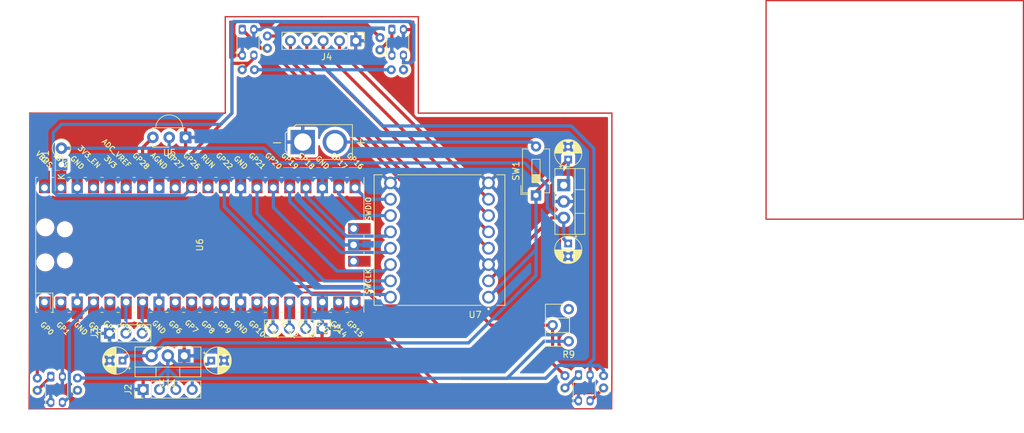
<source format=kicad_pcb>
(kicad_pcb (version 20211014) (generator pcbnew)
  (layers (0 "F.Cu" signal) (31 "B.Cu" signal) (34 "B.Paste" user) (35 "F.Paste" user) (36 "B.SilkS" user "B.Silkscreen") (37 "F.SilkS" user "F.Silkscreen") (38 "B.Mask" user) (39 "F.Mask" user) (44 "Edge.Cuts" user))
  (net 0 "")
  (net 1 "GND")
  (net 2 "Net-(D1-Pad1)")
  (net 3 "Net-(R1-Pad1)")
  (net 4 "Net-(R1-Pad2)")
  (net 5 "+5V")
  (net 6 "Net-(R3-Pad1)")
  (net 7 "GPIO")
  (net 16 "SERIAL MONITOR")
  (net 17 "+12V")
  (net 18 "H-BRIDGE")
  (net 19 "3.3V")
  (net 20 "Net-(R5-Pad1)")
  (net 21 "Net-(R7-Pad1)")
  (net 22 "X-SHUT")
  (net 23 "SDA")
  (net 24 "SCL")
  (net 25 "MOTOR 1 +")
  (net 26 "MOTOR 1 -")
  (net 27 "MOTOR 2 -")
  (net 28 "MOTOR 2 +")
  (net 29 "QRE1113 A")
  (net 30 "QRE1113 B")
  (net 31 "QRE1113 C")
  (net 32 "QRE1113 D")
  (net 33 "IR MODULE")
  (net 34 "PWMB")
  (net 35 "BI2")
  (net 36 "BI1")
  (net 37 "STBY")
  (net 38 "AI1")
  (net 39 "AI2")
  (net 40 "PWMA")
  (footprint "Resistor_THT:R_Axial_DIN0204_L3.6mm_D1.6mm_P1.90mm_Vertical" (layer "F.Cu") (at 111.405 43.75 180)
    (fp_text reference "R6" hide)
    (fp_text value "10k")
    (pad "1" thru_hole circle (at 0 0 180) (size 1.4 1.4) (drill 0.7) (layers *.Cu *.Mask) (net 31 "QRE1113 C"))
    (pad "2" thru_hole oval (at 1.9 0 180) (size 1.4 1.4) (drill 0.7) (layers *.Cu *.Mask) (net 19 "3.3V"))
  )
  (footprint "Connector_AMASS:AMASS_XT30U-M_1x02_P5.0mm_Vertical" (layer "F.Cu") (at 95.75 55)
    (fp_text reference "IC1" hide)
    (fp_text value "XT30U-M")
    (fp_text user "+" (at 9 0) (layer "F.SilkS") (effects (font (size 1.5 1.5))))
    (fp_text user "-" (at -4 0) (layer "F.SilkS") (effects (font (size 1.5 1.5))))
    (pad "1" thru_hole rect (at 0 0) (size 3.8 3.8) (drill 2.7) (layers *.Cu *.Mask) (net 1 "GND"))
    (pad "2" thru_hole circle (at 5 0) (size 3.8 3.8) (drill 2.7) (layers *.Cu *.Mask) (net 17 "+12V"))
  )
  (footprint "OptoDevice:OnSemi_CASE100AQ" (layer "F.Cu") (at 86.35 37.5)
    (fp_text reference "U4" hide)
    (fp_text value "QRE1113" hide)
    (pad "1" thru_hole roundrect (at 0 0) (size 1.1 1.5) (drill 0.7) (layers *.Cu *.Mask) (net 21 "Net-(R7-Pad1)"))
    (pad "2" thru_hole oval (at 0 4) (size 1.1 1.5) (drill 0.7) (layers *.Cu *.Mask) (net 1 "GND"))
    (pad "3" thru_hole oval (at 1.8 4) (size 1.1 1.5) (drill 0.7) (layers *.Cu *.Mask) (net 32 "QRE1113 D"))
    (pad "4" thru_hole oval (at 1.8 0) (size 1.1 1.5) (drill 0.7) (layers *.Cu *.Mask) (net 1 "GND"))
  )
  (footprint "Capacitor_THT:CP_Radial_D4.0mm_P2.00mm" (layer "F.Cu") (at 81.5274 89)
    (fp_text reference "C3" hide)
    (fp_text value "10uF")
    (pad "1" thru_hole rect (at 0 0) (size 1.2 1.2) (drill 0.6) (layers *.Cu *.Mask) (net 19 "3.3V"))
    (pad "2" thru_hole circle (at 2 0) (size 1.2 1.2) (drill 0.6) (layers *.Cu *.Mask) (net 1 "GND"))
  )
  (footprint "Capacitor_THT:CP_Radial_D4.0mm_P2.00mm" (layer "F.Cu") (at 137 70.777401 -90)
    (fp_text reference "C2" hide)
    (fp_text value "22uF")
    (pad "1" thru_hole rect (at 0 0 270) (size 1.2 1.2) (drill 0.6) (layers *.Cu *.Mask) (net 5 "+5V"))
    (pad "2" thru_hole circle (at 2 0 270) (size 1.2 1.2) (drill 0.6) (layers *.Cu *.Mask) (net 1 "GND"))
  )
  (footprint "Button_Switch_THT:SW_DIP_SPSTx01_Slide_6.7x4.1mm_W7.62mm_P2.54mm_LowProfile" (layer "F.Cu") (at 132 63.3 90)
    (fp_text reference "SW1" (at 3.81 -3.11 90) (layer "F.SilkS"))
    (fp_text value "SW_SPST")
    (pad "1" thru_hole rect (at 0 0 90) (size 1.6 1.6) (drill 0.8) (layers *.Cu *.Mask) (net 17 "+12V"))
    (pad "2" thru_hole oval (at 7.62 0 90) (size 1.6 1.6) (drill 0.8) (layers *.Cu *.Mask) (net 17 "+12V"))
  )
  (footprint "OptoDevice:OnSemi_CASE100AQ" (layer "F.Cu") (at 138.6 91.25)
    (fp_text reference "U2" hide)
    (fp_text value "QRE1113" hide)
    (pad "1" thru_hole roundrect (at 0 0) (size 1.1 1.5) (drill 0.7) (layers *.Cu *.Mask) (net 6 "Net-(R3-Pad1)"))
    (pad "2" thru_hole oval (at 0 4) (size 1.1 1.5) (drill 0.7) (layers *.Cu *.Mask) (net 1 "GND"))
    (pad "3" thru_hole oval (at 1.8 4) (size 1.1 1.5) (drill 0.7) (layers *.Cu *.Mask) (net 30 "QRE1113 B"))
    (pad "4" thru_hole oval (at 1.8 0) (size 1.1 1.5) (drill 0.7) (layers *.Cu *.Mask) (net 1 "GND"))
  )
  (footprint "Capacitor_THT:CP_Radial_D4.0mm_P2.00mm" (layer "F.Cu") (at 137 57.7226 90)
    (fp_text reference "C1" hide)
    (fp_text value "0,1uF")
    (pad "1" thru_hole rect (at 0 0 90) (size 1.2 1.2) (drill 0.6) (layers *.Cu *.Mask) (net 17 "+12V"))
    (pad "2" thru_hole circle (at 2 0 90) (size 1.2 1.2) (drill 0.6) (layers *.Cu *.Mask) (net 1 "GND"))
  )
  (footprint "Package_TO_SOT_THT:TO-220-3_Vertical" (layer "F.Cu") (at 136.305 61.71 -90)
    (fp_text reference "U12" hide)
    (fp_text value "LM7805_TO220")
    (pad "1" thru_hole rect (at 0 0 270) (size 1.905 2) (drill 1.1) (layers *.Cu *.Mask) (net 17 "+12V"))
    (pad "2" thru_hole oval (at 2.54 0 270) (size 1.905 2) (drill 1.1) (layers *.Cu *.Mask) (net 1 "GND"))
    (pad "3" thru_hole oval (at 5.08 0 270) (size 1.905 2) (drill 1.1) (layers *.Cu *.Mask) (net 5 "+5V"))
  )
  (footprint "Resistor_THT:R_Axial_DIN0204_L3.6mm_D1.6mm_P1.90mm_Vertical" (layer "F.Cu") (at 86.345 43.75)
    (fp_text reference "R8" hide)
    (fp_text value "10k")
    (pad "1" thru_hole circle (at 0 0) (size 1.4 1.4) (drill 0.7) (layers *.Cu *.Mask) (net 32 "QRE1113 D"))
    (pad "2" thru_hole oval (at 1.9 0) (size 1.4 1.4) (drill 0.7) (layers *.Cu *.Mask) (net 19 "3.3V"))
  )
  (footprint "Connector_PinHeader_2.54mm:PinHeader_1x04_P2.54mm_Vertical" (layer "F.Cu") (at 98.75 84 -90)
    (fp_text reference "J1" (at 0 -2.33 90) (layer "F.SilkS"))
    (fp_text value "Conn_01x04_Male")
    (pad "1" thru_hole rect (at 0 0 270) (size 1.7 1.7) (drill 1) (layers *.Cu *.Mask) (net 1 "GND"))
    (pad "2" thru_hole oval (at 0 2.54 270) (size 1.7 1.7) (drill 1) (layers *.Cu *.Mask) (net 22 "X-SHUT"))
    (pad "3" thru_hole oval (at 0 5.08 270) (size 1.7 1.7) (drill 1) (layers *.Cu *.Mask) (net 22 "X-SHUT"))
    (pad "4" thru_hole oval (at 0 7.62 270) (size 1.7 1.7) (drill 1) (layers *.Cu *.Mask) (net 22 "X-SHUT"))
  )
  (footprint "Resistor_THT:R_Axial_DIN0204_L3.6mm_D1.6mm_P1.90mm_Vertical" (layer "F.Cu") (at 90.25 40.405 90)
    (fp_text reference "R7" hide)
    (fp_text value "100")
    (pad "1" thru_hole circle (at 0 0 90) (size 1.4 1.4) (drill 0.7) (layers *.Cu *.Mask) (net 21 "Net-(R7-Pad1)"))
    (pad "2" thru_hole oval (at 1.9 0 90) (size 1.4 1.4) (drill 0.7) (layers *.Cu *.Mask) (net 4 "Net-(R1-Pad2)"))
  )
  (footprint "Resistor_THT:R_Axial_DIN0204_L3.6mm_D1.6mm_P1.90mm_Vertical" (layer "F.Cu") (at 136.5 93.25 90)
    (fp_text reference "R3" hide)
    (fp_text value "100")
    (pad "1" thru_hole circle (at 0 0 90) (size 1.4 1.4) (drill 0.7) (layers *.Cu *.Mask) (net 6 "Net-(R3-Pad1)"))
    (pad "2" thru_hole oval (at 1.9 0 90) (size 1.4 1.4) (drill 0.7) (layers *.Cu *.Mask) (net 4 "Net-(R1-Pad2)"))
  )
  (footprint "Diode_THT:D_A-405_P2.54mm_Vertical_KathodeUp" (layer "F.Cu") (at 58.25 58.5 90)
    (fp_text reference "D1" (at 1.27 -2.47 90) (layer "F.SilkS"))
    (fp_text value "D_Schottky" hide)
    (fp_text user "K" (at -1.9 0 90) (layer "F.SilkS"))
    (pad "1" thru_hole rect (at 0 0 90) (size 1.8 1.8) (drill 0.9) (layers *.Cu *.Mask) (net 2 "Net-(D1-Pad1)"))
    (pad "2" thru_hole oval (at 2.54 0 90) (size 1.8 1.8) (drill 0.9) (layers *.Cu *.Mask) (net 5 "+5V"))
  )
  (footprint "Resistor_THT:R_Axial_DIN0204_L3.6mm_D1.6mm_P1.90mm_Vertical" (layer "F.Cu") (at 54.5 93.63 90)
    (fp_text reference "R1" hide)
    (fp_text value "100")
    (pad "1" thru_hole circle (at 0 0 90) (size 1.4 1.4) (drill 0.7) (layers *.Cu *.Mask) (net 3 "Net-(R1-Pad1)"))
    (pad "2" thru_hole oval (at 1.9 0 90) (size 1.4 1.4) (drill 0.7) (layers *.Cu *.Mask) (net 4 "Net-(R1-Pad2)"))
  )
  (footprint "Capacitor_THT:CP_Radial_D4.0mm_P2.00mm" (layer "F.Cu") (at 67.740792 89 180)
    (fp_text reference "C4" hide)
    (fp_text value "10uF")
    (pad "1" thru_hole rect (at 0 0 180) (size 1.2 1.2) (drill 0.6) (layers *.Cu *.Mask) (net 17 "+12V"))
    (pad "2" thru_hole circle (at 2 0 180) (size 1.2 1.2) (drill 0.6) (layers *.Cu *.Mask) (net 1 "GND"))
  )
  (footprint "Connector_PinHeader_2.54mm:PinHeader_1x05_P2.54mm_Vertical" (layer "F.Cu") (at 104 39.25 -90)
    (fp_text reference "J4" (at 2.5 4.54 180) (layer "F.SilkS"))
    (fp_text value "Conn_01x05_Male")
    (pad "1" thru_hole rect (at 0 0 270) (size 1.7 1.7) (drill 1) (layers *.Cu *.Mask) (net 1 "GND"))
    (pad "2" thru_hole oval (at 0 2.54 270) (size 1.7 1.7) (drill 1) (layers *.Cu *.Mask) (net 27 "MOTOR 2 -"))
    (pad "3" thru_hole oval (at 0 5.08 270) (size 1.7 1.7) (drill 1) (layers *.Cu *.Mask) (net 28 "MOTOR 2 +"))
    (pad "4" thru_hole oval (at 0 7.62 270) (size 1.7 1.7) (drill 1) (layers *.Cu *.Mask) (net 26 "MOTOR 1 -"))
    (pad "5" thru_hole oval (at 0 10.16 270) (size 1.7 1.7) (drill 1) (layers *.Cu *.Mask) (net 25 "MOTOR 1 +"))
  )
  (footprint "Connector_PinHeader_2.54mm:PinHeader_1x04_P2.54mm_Vertical" (layer "F.Cu") (at 70.95 93.5 90)
    (fp_text reference "J2" (at 0 -2.33 90) (layer "F.SilkS"))
    (fp_text value "Conn_01x04_Male")
    (pad "1" thru_hole rect (at 0 0 90) (size 1.7 1.7) (drill 1) (layers *.Cu *.Mask) (net 1 "GND"))
    (pad "2" thru_hole oval (at 0 2.54 90) (size 1.7 1.7) (drill 1) (layers *.Cu *.Mask) (net 19 "3.3V"))
    (pad "3" thru_hole oval (at 0 5.08 90) (size 1.7 1.7) (drill 1) (layers *.Cu *.Mask) (net 19 "3.3V"))
    (pad "4" thru_hole oval (at 0 7.62 90) (size 1.7 1.7) (drill 1) (layers *.Cu *.Mask) (net 19 "3.3V"))
  )
  (footprint "Resistor_THT:R_Axial_DIN0204_L3.6mm_D1.6mm_P1.90mm_Vertical" (layer "F.Cu") (at 60.75 93.615 90)
    (fp_text reference "R4" hide)
    (fp_text value "10k")
    (pad "1" thru_hole circle (at 0 0 90) (size 1.4 1.4) (drill 0.7) (layers *.Cu *.Mask) (net 30 "QRE1113 B"))
    (pad "2" thru_hole oval (at 1.9 0 90) (size 1.4 1.4) (drill 0.7) (layers *.Cu *.Mask) (net 19 "3.3V"))
  )
  (footprint "MCU_Raspberry:RPi_Pico_SMD_TH" (layer "F.Cu") (at 79.75 71 90)
    (fp_text reference "U6" (at 0 0 90) (layer "F.SilkS"))
    (fp_text value "Pico")
    (fp_text user "GP22" (at 13.054 3.81 135) (layer "F.SilkS") (effects (font (size 0.8 0.8))))
    (fp_text user "GP10" (at -13.054 8.89 135) (layer "F.SilkS") (effects (font (size 0.8 0.8))))
    (fp_text user "3V3_EN" (at 13.7 -17.2 135) (layer "F.SilkS") (effects (font (size 0.8 0.8))))
    (fp_text user "GP12" (at -13.2 13.97 135) (layer "F.SilkS") (effects (font (size 0.8 0.8))))
    (fp_text user "GP26" (at 13.054 -1.27 135) (layer "F.SilkS") (effects (font (size 0.8 0.8))))
    (fp_text user "GND" (at 12.8 6.35 135) (layer "F.SilkS") (effects (font (size 0.8 0.8))))
    (fp_text user "AGND" (at 13.054 -6.35 135) (layer "F.SilkS") (effects (font (size 0.8 0.8))))
    (fp_text user "GND" (at -12.8 -6.35 135) (layer "F.SilkS") (effects (font (size 0.8 0.8))))
    (fp_text user "GND" (at -13 -18.5 135) (layer "F.SilkS") (effects (font (size 0.8 0.8))))
    (fp_text user "GP20" (at 13.054 11.43 135) (layer "F.SilkS") (effects (font (size 0.8 0.8))))
    (fp_text user "RUN" (at 13 1.27 135) (layer "F.SilkS") (effects (font (size 0.8 0.8))))
    (fp_text user "ADC_VREF" (at 14.25 -12.95 135) (layer "F.SilkS") (effects (font (size 0.8 0.8))))
    (fp_text user "VSYS" (at 13.2 -21.59 135) (layer "F.SilkS") (effects (font (size 0.8 0.8))))
    (fp_text user "GP4" (at -12.8 -11.43 135) (layer "F.SilkS") (effects (font (size 0.8 0.8))))
    (fp_text user "GP19" (at 13.054 13.97 135) (layer "F.SilkS") (effects (font (size 0.8 0.8))))
    (fp_text user "SWDIO" (at 5.6 26.2 90) (layer "F.SilkS") (effects (font (size 0.8 0.8))))
    (fp_text user "GND" (at -12.8 6.35 135) (layer "F.SilkS") (effects (font (size 0.8 0.8))))
    (fp_text user "GP0" (at -13 -23.75 135) (layer "F.SilkS") (effects (font (size 0.8 0.8))))
    (fp_text user "GP27" (at 13.054 -3.8 135) (layer "F.SilkS") (effects (font (size 0.8 0.8))))
    (fp_text user "GP8" (at -12.8 1.27 135) (layer "F.SilkS") (effects (font (size 0.8 0.8))))
    (fp_text user "GP5" (at -12.8 -8.89 135) (layer "F.SilkS") (effects (font (size 0.8 0.8))))
    (fp_text user "VBUS" (at 13.3 -24.2 135) (layer "F.SilkS") (effects (font (size 0.8 0.8))))
    (fp_text user "SWCLK" (at -5.7 26.2 90) (layer "F.SilkS") (effects (font (size 0.8 0.8))))
    (fp_text user "GP7" (at -12.7 -1.3 135) (layer "F.SilkS") (effects (font (size 0.8 0.8))))
    (fp_text user "GP1" (at -13 -21.25 135) (layer "F.SilkS") (effects (font (size 0.8 0.8))))
    (fp_text user "GP9" (at -12.8 3.81 135) (layer "F.SilkS") (effects (font (size 0.8 0.8))))
    (fp_text user "GP17" (at 13.054 21.59 135) (layer "F.SilkS") (effects (font (size 0.8 0.8))))
    (fp_text user "GP28" (at 13.054 -9.144 135) (layer "F.SilkS") (effects (font (size 0.8 0.8))))
    (fp_text user "GND" (at 12.8 19.05 135) (layer "F.SilkS") (effects (font (size 0.8 0.8))))
    (fp_text user "GND" (at -12.8 19.05 135) (layer "F.SilkS") (effects (font (size 0.8 0.8))))
    (fp_text user "GP6" (at -12.8 -3.81 135) (layer "F.SilkS") (effects (font (size 0.8 0.8))))
    (fp_text user "GP13" (at -13.054 16.51 135) (layer "F.SilkS") (effects (font (size 0.8 0.8))))
    (fp_text user "GP14" (at -13.1 21.59 135) (layer "F.SilkS") (effects (font (size 0.8 0.8))))
    (fp_text user "GP2" (at -13 -16.25 135) (layer "F.SilkS") (effects (font (size 0.8 0.8))))
    (fp_text user "GP3" (at -12.8 -13.97 135) (layer "F.SilkS") (effects (font (size 0.8 0.8))))
    (fp_text user "GND" (at 12.8 -19.05 135) (layer "F.SilkS") (effects (font (size 0.8 0.8))))
    (fp_text user "3V3" (at 12.9 -13.9 135) (layer "F.SilkS") (effects (font (size 0.8 0.8))))
    (fp_text user "GP15" (at -13.054 24.13 135) (layer "F.SilkS") (effects (font (size 0.8 0.8))))
    (fp_text user "GP11" (at -13.2 11.43 135) (layer "F.SilkS") (effects (font (size 0.8 0.8))))
    (fp_text user "GP18" (at 13.054 16.51 135) (layer "F.SilkS") (effects (font (size 0.8 0.8))))
    (fp_text user "GP21" (at 13.054 8.9 135) (layer "F.SilkS") (effects (font (size 0.8 0.8))))
    (fp_text user "GP16" (at 13.054 24.13 135) (layer "F.SilkS") (effects (font (size 0.8 0.8))))
    (pad "" np_thru_hole oval (at -2.725 -24 90) (size 1.8 1.8) (drill 1.8) (layers *.Cu *.Mask))
    (pad "" np_thru_hole oval (at -2.425 -20.97 90) (size 1.5 1.5) (drill 1.5) (layers *.Cu *.Mask))
    (pad "" np_thru_hole oval (at 2.425 -20.97 90) (size 1.5 1.5) (drill 1.5) (layers *.Cu *.Mask))
    (pad "" np_thru_hole oval (at 2.725 -24 90) (size 1.8 1.8) (drill 1.8) (layers *.Cu *.Mask))
    (pad "1" smd rect (at -8.89 -24.13 90) (size 3.5 1.7) (drill (offset -0.9 0)) (layers "F.Cu" "F.Mask") (net 16 "SERIAL MONITOR"))
    (pad "1" thru_hole oval (at -8.89 -24.13 90) (size 1.7 1.7) (drill 1.02) (layers *.Cu *.Mask) (net 16 "SERIAL MONITOR"))
    (pad "2" thru_hole oval (at -8.89 -21.59 90) (size 1.7 1.7) (drill 1.02) (layers *.Cu *.Mask) (net 16 "SERIAL MONITOR"))
    (pad "2" smd rect (at -8.89 -21.59 90) (size 3.5 1.7) (drill (offset -0.9 0)) (layers "F.Cu" "F.Mask") (net 16 "SERIAL MONITOR"))
    (pad "3" smd rect (at -8.89 -19.05 90) (size 3.5 1.7) (drill (offset -0.9 0)) (layers "F.Cu" "F.Mask") (net 1 "GND"))
    (pad "3" thru_hole rect (at -8.89 -19.05 90) (size 1.7 1.7) (drill 1.02) (layers *.Cu *.Mask) (net 1 "GND"))
    (pad "4" smd rect (at -8.89 -16.51 90) (size 3.5 1.7) (drill (offset -0.9 0)) (layers "F.Cu" "F.Mask") (net 29 "QRE1113 A"))
    (pad "4" thru_hole oval (at -8.89 -16.51 90) (size 1.7 1.7) (drill 1.02) (layers *.Cu *.Mask) (net 29 "QRE1113 A"))
    (pad "5" smd rect (at -8.89 -13.97 90) (size 3.5 1.7) (drill (offset -0.9 0)) (layers "F.Cu" "F.Mask") (net 7 "GPIO"))
    (pad "5" thru_hole oval (at -8.89 -13.97 90) (size 1.7 1.7) (drill 1.02) (layers *.Cu *.Mask) (net 7 "GPIO"))
    (pad "6" thru_hole oval (at -8.89 -11.43 90) (size 1.7 1.7) (drill 1.02) (layers *.Cu *.Mask) (net 23 "SDA"))
    (pad "6" smd rect (at -8.89 -11.43 90) (size 3.5 1.7) (drill (offset -0.9 0)) (layers "F.Cu" "F.Mask") (net 23 "SDA"))
    (pad "7" smd rect (at -8.89 -8.89 90) (size 3.5 1.7) (drill (offset -0.9 0)) (layers "F.Cu" "F.Mask") (net 24 "SCL"))
    (pad "7" thru_hole oval (at -8.89 -8.89 90) (size 1.7 1.7) (drill 1.02) (layers *.Cu *.Mask) (net 24 "SCL"))
    (pad "8" smd rect (at -8.89 -6.35 90) (size 3.5 1.7) (drill (offset -0.9 0)) (layers "F.Cu" "F.Mask") (net 1 "GND"))
    (pad "8" thru_hole rect (at -8.89 -6.35 90) (size 1.7 1.7) (drill 1.02) (layers *.Cu *.Mask) (net 1 "GND"))
    (pad "9" thru_hole oval (at -8.89 -3.81 90) (size 1.7 1.7) (drill 1.02) (layers *.Cu *.Mask) (net 7 "GPIO"))
    (pad "9" smd rect (at -8.89 -3.81 90) (size 3.5 1.7) (drill (offset -0.9 0)) (layers "F.Cu" "F.Mask") (net 7 "GPIO"))
    (pad "10" thru_hole oval (at -8.89 -1.27 90) (size 1.7 1.7) (drill 1.02) (layers *.Cu *.Mask) (net 7 "GPIO"))
    (pad "10" smd rect (at -8.89 -1.27 90) (size 3.5 1.7) (drill (offset -0.9 0)) (layers "F.Cu" "F.Mask") (net 7 "GPIO"))
    (pad "11" smd rect (at -8.89 1.27 90) (size 3.5 1.7) (drill (offset -0.9 0)) (layers "F.Cu" "F.Mask") (net 7 "GPIO"))
    (pad "11" thru_hole oval (at -8.89 1.27 90) (size 1.7 1.7) (drill 1.02) (layers *.Cu *.Mask) (net 7 "GPIO"))
    (pad "12" thru_hole oval (at -8.89 3.81 90) (size 1.7 1.7) (drill 1.02) (layers *.Cu *.Mask) (net 7 "GPIO"))
    (pad "12" smd rect (at -8.89 3.81 90) (size 3.5 1.7) (drill (offset -0.9 0)) (layers "F.Cu" "F.Mask") (net 7 "GPIO"))
    (pad "13" thru_hole rect (at -8.89 6.35 90) (size 1.7 1.7) (drill 1.02) (layers *.Cu *.Mask) (net 1 "GND"))
    (pad "13" smd rect (at -8.89 6.35 90) (size 3.5 1.7) (drill (offset -0.9 0)) (layers "F.Cu" "F.Mask") (net 1 "GND"))
    (pad "14" smd rect (at -8.89 8.89 90) (size 3.5 1.7) (drill (offset -0.9 0)) (layers "F.Cu" "F.Mask") (net 7 "GPIO"))
    (pad "14" thru_hole oval (at -8.89 8.89 90) (size 1.7 1.7) (drill 1.02) (layers *.Cu *.Mask) (net 7 "GPIO"))
    (pad "15" smd rect (at -8.89 11.43 90) (size 3.5 1.7) (drill (offset -0.9 0)) (layers "F.Cu" "F.Mask") (net 22 "X-SHUT"))
    (pad "15" thru_hole oval (at -8.89 11.43 90) (size 1.7 1.7) (drill 1.02) (layers *.Cu *.Mask) (net 22 "X-SHUT"))
    (pad "16" smd rect (at -8.89 13.97 90) (size 3.5 1.7) (drill (offset -0.9 0)) (layers "F.Cu" "F.Mask") (net 22 "X-SHUT"))
    (pad "16" thru_hole oval (at -8.89 13.97 90) (size 1.7 1.7) (drill 1.02) (layers *.Cu *.Mask) (net 22 "X-SHUT"))
    (pad "17" thru_hole oval (at -8.89 16.51 90) (size 1.7 1.7) (drill 1.02) (layers *.Cu *.Mask) (net 22 "X-SHUT"))
    (pad "17" smd rect (at -8.89 16.51 90) (size 3.5 1.7) (drill (offset -0.9 0)) (layers "F.Cu" "F.Mask") (net 22 "X-SHUT"))
    (pad "18" thru_hole rect (at -8.89 19.05 90) (size 1.7 1.7) (drill 1.02) (layers *.Cu *.Mask) (net 1 "GND"))
    (pad "18" smd rect (at -8.89 19.05 90) (size 3.5 1.7) (drill (offset -0.9 0)) (layers "F.Cu" "F.Mask") (net 1 "GND"))
    (pad "19" thru_hole oval (at -8.89 21.59 90) (size 1.7 1.7) (drill 1.02) (layers *.Cu *.Mask) (net 7 "GPIO"))
    (pad "19" smd rect (at -8.89 21.59 90) (size 3.5 1.7) (drill (offset -0.9 0)) (layers "F.Cu" "F.Mask") (net 7 "GPIO"))
    (pad "20" thru_hole oval (at -8.89 24.13 90) (size 1.7 1.7) (drill 1.02) (layers *.Cu *.Mask) (net 30 "QRE1113 B"))
    (pad "20" smd rect (at -8.89 24.13 90) (size 3.5 1.7) (drill (offset -0.9 0)) (layers "F.Cu" "F.Mask") (net 30 "QRE1113 B"))
    (pad "21" thru_hole oval (at 8.89 24.13 90) (size 1.7 1.7) (drill 1.02) (layers *.Cu *.Mask) (net 18 "H-BRIDGE"))
    (pad "21" smd rect (at 8.89 24.13 90) (size 3.5 1.7) (drill (offset 0.9 0)) (layers "F.Cu" "F.Mask") (net 18 "H-BRIDGE"))
    (pad "22" smd rect (at 8.89 21.59 90) (size 3.5 1.7) (drill (offset 0.9 0)) (layers "F.Cu" "F.Mask") (net 18 "H-BRIDGE"))
    (pad "22" thru_hole oval (at 8.89 21.59 90) (size 1.7 1.7) (drill 1.02) (layers *.Cu *.Mask) (net 18 "H-BRIDGE"))
    (pad "23" thru_hole rect (at 8.89 19.05 90) (size 1.7 1.7) (drill 1.02) (layers *.Cu *.Mask) (net 1 "GND"))
    (pad "23" smd rect (at 8.89 19.05 90) (size 3.5 1.7) (drill (offset 0.9 0)) (layers "F.Cu" "F.Mask") (net 1 "GND"))
    (pad "24" thru_hole oval (at 8.89 16.51 90) (size 1.7 1.7) (drill 1.02) (layers *.Cu *.Mask) (net 18 "H-BRIDGE"))
    (pad "24" smd rect (at 8.89 16.51 90) (size 3.5 1.7) (drill (offset 0.9 0)) (layers "F.Cu" "F.Mask") (net 18 "H-BRIDGE"))
    (pad "25" thru_hole oval (at 8.89 13.97 90) (size 1.7 1.7) (drill 1.02) (layers *.Cu *.Mask) (net 18 "H-BRIDGE"))
    (pad "25" smd rect (at 8.89 13.97 90) (size 3.5 1.7) (drill (offset 0.9 0)) (layers "F.Cu" "F.Mask") (net 18 "H-BRIDGE"))
    (pad "26" thru_hole oval (at 8.89 11.43 90) (size 1.7 1.7) (drill 1.02) (layers *.Cu *.Mask) (net 18 "H-BRIDGE"))
    (pad "26" smd rect (at 8.89 11.43 90) (size 3.5 1.7) (drill (offset 0.9 0)) (layers "F.Cu" "F.Mask") (net 18 "H-BRIDGE"))
    (pad "27" thru_hole oval (at 8.89 8.89 90) (size 1.7 1.7) (drill 1.02) (layers *.Cu *.Mask) (net 18 "H-BRIDGE"))
    (pad "27" smd rect (at 8.89 8.89 90) (size 3.5 1.7) (drill (offset 0.9 0)) (layers "F.Cu" "F.Mask") (net 18 "H-BRIDGE"))
    (pad "28" thru_hole rect (at 8.89 6.35 90) (size 1.7 1.7) (drill 1.02) (layers *.Cu *.Mask) (net 1 "GND"))
    (pad "28" smd rect (at 8.89 6.35 90) (size 3.5 1.7) (drill (offset 0.9 0)) (layers "F.Cu" "F.Mask") (net 1 "GND"))
    (pad "29" smd rect (at 8.89 3.81 90) (size 3.5 1.7) (drill (offset 0.9 0)) (layers "F.Cu" "F.Mask") (net 18 "H-BRIDGE"))
    (pad "29" thru_hole oval (at 8.89 3.81 90) (size 1.7 1.7) (drill 1.02) (layers *.Cu *.Mask) (net 18 "H-BRIDGE"))
    (pad "30" thru_hole oval (at 8.89 1.27 90) (size 1.7 1.7) (drill 1.02) (layers *.Cu *.Mask))
    (pad "30" smd rect (at 8.89 1.27 90) (size 3.5 1.7) (drill (offset 0.9 0)) (layers "F.Cu" "F.Mask"))
    (pad "31" smd rect (at 8.89 -1.27 90) (size 3.5 1.7) (drill (offset 0.9 0)) (layers "F.Cu" "F.Mask") (net 31 "QRE1113 C"))
    (pad "31" thru_hole oval (at 8.89 -1.27 90) (size 1.7 1.7) (drill 1.02) (layers *.Cu *.Mask) (net 31 "QRE1113 C"))
    (pad "32" thru_hole oval (at 8.89 -3.81 90) (size 1.7 1.7) (drill 1.02) (layers *.Cu *.Mask) (net 32 "QRE1113 D"))
    (pad "32" smd rect (at 8.89 -3.81 90) (size 3.5 1.7) (drill (offset 0.9 0)) (layers "F.Cu" "F.Mask") (net 32 "QRE1113 D"))
    (pad "33" smd rect (at 8.89 -6.35 90) (size 3.5 1.7) (drill (offset 0.9 0)) (layers "F.Cu" "F.Mask"))
    (pad "33" thru_hole rect (at 8.89 -6.35 90) (size 1.7 1.7) (drill 1.02) (layers *.Cu *.Mask))
    (pad "34" thru_hole oval (at 8.89 -8.89 90) (size 1.7 1.7) (drill 1.02) (layers *.Cu *.Mask) (net 33 "IR MODULE"))
    (pad "34" smd rect (at 8.89 -8.89 90) (size 3.5 1.7) (drill (offset 0.9 0)) (layers "F.Cu" "F.Mask") (net 33 "IR MODULE"))
    (pad "35" smd rect (at 8.89 -11.43 90) (size 3.5 1.7) (drill (offset 0.9 0)) (layers "F.Cu" "F.Mask"))
    (pad "35" thru_hole oval (at 8.89 -11.43 90) (size 1.7 1.7) (drill 1.02) (layers *.Cu *.Mask))
    (pad "36" thru_hole oval (at 8.89 -13.97 90) (size 1.7 1.7) (drill 1.02) (layers *.Cu *.Mask))
    (pad "36" smd rect (at 8.89 -13.97 90) (size 3.5 1.7) (drill (offset 0.9 0)) (layers "F.Cu" "F.Mask"))
    (pad "37" thru_hole oval (at 8.89 -16.51 90) (size 1.7 1.7) (drill 1.02) (layers *.Cu *.Mask))
    (pad "37" smd rect (at 8.89 -16.51 90) (size 3.5 1.7) (drill (offset 0.9 0)) (layers "F.Cu" "F.Mask"))
    (pad "38" smd rect (at 8.89 -19.05 90) (size 3.5 1.7) (drill (offset 0.9 0)) (layers "F.Cu" "F.Mask") (net 1 "GND"))
    (pad "38" thru_hole rect (at 8.89 -19.05 90) (size 1.7 1.7) (drill 1.02) (layers *.Cu *.Mask) (net 1 "GND"))
    (pad "39" thru_hole oval (at 8.89 -21.59 90) (size 1.7 1.7) (drill 1.02) (layers *.Cu *.Mask) (net 2 "Net-(D1-Pad1)"))
    (pad "39" smd rect (at 8.89 -21.59 90) (size 3.5 1.7) (drill (offset 0.9 0)) (layers "F.Cu" "F.Mask") (net 2 "Net-(D1-Pad1)"))
    (pad "40" smd rect (at 8.89 -24.13 90) (size 3.5 1.7) (drill (offset 0.9 0)) (layers "F.Cu" "F.Mask"))
    (pad "40" thru_hole oval (at 8.89 -24.13 90) (size 1.7 1.7) (drill 1.02) (layers *.Cu *.Mask))
    (pad "41" smd rect (at -2.54 23.9 180) (size 3.5 1.7) (drill (offset -0.9 0)) (layers "F.Cu" "F.Mask"))
    (pad "41" thru_hole oval (at -2.54 23.9 90) (size 1.7 1.7) (drill 1.02) (layers *.Cu *.Mask))
    (pad "42" smd rect (at 0 23.9 180) (size 3.5 1.7) (drill (offset -0.9 0)) (layers "F.Cu" "F.Mask") (net 1 "GND"))
    (pad "42" thru_hole rect (at 0 23.9 90) (size 1.7 1.7) (drill 1.02) (layers *.Cu *.Mask) (net 1 "GND"))
    (pad "43" smd rect (at 2.54 23.9 180) (size 3.5 1.7) (drill (offset -0.9 0)) (layers "F.Cu" "F.Mask"))
    (pad "43" thru_hole oval (at 2.54 23.9 90) (size 1.7 1.7) (drill 1.02) (layers *.Cu *.Mask))
  )
  (footprint "OptoDevice:Vishay_MINICAST-3Pin" (layer "F.Cu") (at 77.54 54.275 180)
    (fp_text reference "U5" (at 2.5 -2.4) (layer "F.SilkS"))
    (fp_text value "TSOP382xx")
    (pad "1" thru_hole roundrect (at 0 0 180) (size 1.8 1.8) (drill 0.9) (layers *.Cu *.Mask) (roundrect_rratio 0.139) (net 1 "GND"))
    (pad "2" thru_hole circle (at 2.54 0 180) (size 1.8 1.8) (drill 0.9) (layers *.Cu *.Mask) (net 5 "+5V"))
    (pad "3" thru_hole circle (at 5.08 0 180) (size 1.8 1.8) (drill 0.9) (layers *.Cu *.Mask) (net 33 "IR MODULE"))
  )
  (footprint "Resistor_THT:R_Axial_DIN0204_L3.6mm_D1.6mm_P1.90mm_Vertical" (layer "F.Cu") (at 142.5 93.25 90)
    (fp_text reference "R2" hide)
    (fp_text value "10k")
    (pad "1" thru_hole circle (at 0 0 90) (size 1.4 1.4) (drill 0.7) (layers *.Cu *.Mask) (net 29 "QRE1113 A"))
    (pad "2" thru_hole oval (at 1.9 0 90) (size 1.4 1.4) (drill 0.7) (layers *.Cu *.Mask) (net 19 "3.3V"))
  )
  (footprint "Connector_PinHeader_2.54mm:PinHeader_1x03_P2.54mm_Vertical" (layer "F.Cu") (at 65.725 84.75 90)
    (fp_text reference "J3" (at 0 -2.33 90) (layer "F.SilkS"))
    (fp_text value "Conn_01x03_Male")
    (pad "1" thru_hole rect (at 0 0 90) (size 1.7 1.7) (drill 1) (layers *.Cu *.Mask) (net 1 "GND"))
    (pad "2" thru_hole oval (at 0 2.54 90) (size 1.7 1.7) (drill 1) (layers *.Cu *.Mask) (net 23 "SDA"))
    (pad "3" thru_hole oval (at 0 5.08 90) (size 1.7 1.7) (drill 1) (layers *.Cu *.Mask) (net 24 "SCL"))
  )
  (footprint "OptoDevice:OnSemi_CASE100AQ" (layer "F.Cu") (at 109.6 37.5)
    (fp_text reference "U3" hide)
    (fp_text value "QRE1113" hide)
    (pad "1" thru_hole roundrect (at 0 0) (size 1.1 1.5) (drill 0.7) (layers *.Cu *.Mask) (net 20 "Net-(R5-Pad1)"))
    (pad "2" thru_hole oval (at 0 4) (size 1.1 1.5) (drill 0.7) (layers *.Cu *.Mask) (net 1 "GND"))
    (pad "3" thru_hole oval (at 1.8 4) (size 1.1 1.5) (drill 0.7) (layers *.Cu *.Mask) (net 31 "QRE1113 C"))
    (pad "4" thru_hole oval (at 1.8 0) (size 1.1 1.5) (drill 0.7) (layers *.Cu *.Mask) (net 1 "GND"))
  )
  (footprint "Resistor_THT:R_Axial_DIN0204_L3.6mm_D1.6mm_P1.90mm_Vertical" (layer "F.Cu") (at 107.75 40.655 90)
    (fp_text reference "R5" hide)
    (fp_text value "100")
    (pad "1" thru_hole circle (at 0 0 90) (size 1.4 1.4) (drill 0.7) (layers *.Cu *.Mask) (net 20 "Net-(R5-Pad1)"))
    (pad "2" thru_hole oval (at 1.9 0 90) (size 1.4 1.4) (drill 0.7) (layers *.Cu *.Mask) (net 4 "Net-(R1-Pad2)"))
  )
  (footprint "ROB-14450:MODULE_ROB-14450" (layer "F.Cu") (at 117 70.25 180)
    (fp_text reference "U7" (at -5.5332 -11.6132) (layer "F.SilkS"))
    (fp_text value "ROB-14450")
    (pad "1" thru_hole circle locked (at -7.62 -8.89 180) (size 1.98 1.98) (drill 1.32) (layers *.Cu *.Mask) (net 17 "+12V"))
    (pad "2" thru_hole circle locked (at -7.62 -6.35 180) (size 1.98 1.98) (drill 1.32) (layers *.Cu *.Mask) (net 5 "+5V"))
    (pad "3" thru_hole circle locked (at -7.62 -3.81 180) (size 1.98 1.98) (drill 1.32) (layers *.Cu *.Mask) (net 1 "GND"))
    (pad "4" thru_hole circle locked (at -7.62 -1.27 180) (size 1.98 1.98) (drill 1.32) (layers *.Cu *.Mask) (net 25 "MOTOR 1 +"))
    (pad "5" thru_hole circle locked (at -7.62 1.27 180) (size 1.98 1.98) (drill 1.32) (layers *.Cu *.Mask) (net 26 "MOTOR 1 -"))
    (pad "6" thru_hole circle locked (at -7.62 3.81 180) (size 1.98 1.98) (drill 1.32) (layers *.Cu *.Mask) (net 28 "MOTOR 2 +"))
    (pad "7" thru_hole circle locked (at -7.62 6.35 180) (size 1.98 1.98) (drill 1.32) (layers *.Cu *.Mask) (net 27 "MOTOR 2 -"))
    (pad "8" thru_hole circle locked (at -7.62 8.89 180) (size 1.98 1.98) (drill 1.32) (layers *.Cu *.Mask) (net 1 "GND"))
    (pad "9" thru_hole circle locked (at 7.62 8.89 180) (size 1.98 1.98) (drill 1.32) (layers *.Cu *.Mask) (net 1 "GND"))
    (pad "10" thru_hole circle locked (at 7.62 6.35 180) (size 1.98 1.98) (drill 1.32) (layers *.Cu *.Mask) (net 34 "PWMB"))
    (pad "11" thru_hole circle locked (at 7.62 3.81 180) (size 1.98 1.98) (drill 1.32) (layers *.Cu *.Mask) (net 35 "BI2"))
    (pad "12" thru_hole circle locked (at 7.62 1.27 180) (size 1.98 1.98) (drill 1.32) (layers *.Cu *.Mask) (net 36 "BI1"))
    (pad "13" thru_hole circle locked (at 7.62 -1.27 180) (size 1.98 1.98) (drill 1.32) (layers *.Cu *.Mask) (net 37 "STBY"))
    (pad "14" thru_hole circle locked (at 7.62 -3.81 180) (size 1.98 1.98) (drill 1.32) (layers *.Cu *.Mask) (net 38 "AI1"))
    (pad "15" thru_hole circle locked (at 7.62 -6.35 180) (size 1.98 1.98) (drill 1.32) (layers *.Cu *.Mask) (net 39 "AI2"))
    (pad "16" thru_hole circle locked (at 7.62 -8.89 180) (size 1.98 1.98) (drill 1.32) (layers *.Cu *.Mask) (net 40 "PWMA"))
  )
  (footprint "OptoDevice:OnSemi_CASE100AQ" (layer "F.Cu") (at 56.6 91.5)
    (fp_text reference "U1" hide)
    (fp_text value "QRE1113" hide)
    (pad "1" thru_hole roundrect (at 0 0) (size 1.1 1.5) (drill 0.7) (layers *.Cu *.Mask) (net 3 "Net-(R1-Pad1)"))
    (pad "2" thru_hole oval (at 0 4) (size 1.1 1.5) (drill 0.7) (layers *.Cu *.Mask) (net 1 "GND"))
    (pad "3" thru_hole oval (at 1.8 4) (size 1.1 1.5) (drill 0.7) (layers *.Cu *.Mask) (net 29 "QRE1113 A"))
    (pad "4" thru_hole oval (at 1.8 0) (size 1.1 1.5) (drill 0.7) (layers *.Cu *.Mask) (net 1 "GND"))
  )
  (footprint "Package_TO_SOT_THT:TO-220-3_Vertical" (layer "F.Cu") (at 77.33 88.25 180)
    (fp_text reference "U11" (at 2.54 -4.27) (layer "F.SilkS"))
    (fp_text value "LD1086V33-DG")
    (pad "1" thru_hole rect (at 0 0 180) (size 1.905 2) (drill 1.1) (layers *.Cu *.Mask) (net 1 "GND"))
    (pad "2" thru_hole oval (at 2.54 0 180) (size 1.905 2) (drill 1.1) (layers *.Cu *.Mask) (net 19 "3.3V"))
    (pad "3" thru_hole oval (at 5.08 0 180) (size 1.905 2) (drill 1.1) (layers *.Cu *.Mask) (net 17 "+12V"))
  )
  (footprint "Potentiometer_THT:Potentiometer_ACP_CA6-H2,5_Horizontal" (layer "F.Cu") (at 137.075 86 180)
    (fp_text reference "R9" (at 0 -2.06) (layer "F.SilkS"))
    (fp_text value "R_Trim")
    (pad "1" thru_hole circle (at 0 0 180) (size 1.62 1.62) (drill 0.9) (layers *.Cu *.Mask) (net 19 "3.3V"))
    (pad "2" thru_hole circle (at 2.5 2.5 180) (size 1.62 1.62) (drill 0.9) (layers *.Cu *.Mask) (net 4 "Net-(R1-Pad2)"))
    (pad "3" thru_hole circle (at 0 5 180) (size 1.62 1.62) (drill 0.9) (layers *.Cu *.Mask))
  )
  (gr_line (start 83.71 50.5) (end 53.63 50.5) (layer "F.Cu") (width 0.2))
  (gr_line (start 98.71 35.5) (end 113.71 35.5) (layer "F.Cu") (width 0.2))
  (gr_line (start 143.75 96.5) (end 53.21 96.5) (layer "F.Cu") (width 0.2))
  (gr_line (start 53.25 91.5) (end 53.21 96.5) (layer "F.Cu") (width 0.2))
  (gr_line (start 143.79 50.5) (end 143.79 91.5) (layer "F.Cu") (width 0.2))
  (gr_rect (start 207.75 33) (end 167.75 67) (layer "F.Cu") (width 0.2) (fill none))
  (gr_line (start 113.71 35.5) (end 113.71 50.5) (layer "F.Cu") (width 0.2))
  (gr_line (start 143.79 91.5) (end 143.75 96.5) (layer "F.Cu") (width 0.2))
  (gr_line (start 113.71 50.5) (end 143.79 50.5) (layer "F.Cu") (width 0.2))
  (gr_line (start 98.71 35.5) (end 83.71 35.5) (layer "F.Cu") (width 0.2))
  (gr_line (start 53.63 50.5) (end 53.63 50.5) (layer "F.Cu") (width 0.2))
  (gr_line (start 53.33 51) (end 53.331029 50.492722) (layer "F.Cu") (width 0.2))
  (gr_line (start 53.331029 50.492722) (end 53.63 50.5) (layer "F.Cu") (width 0.2))
  (gr_line (start 83.71 35.5) (end 83.71 50.5) (layer "F.Cu") (width 0.2))
  (gr_line (start 53.33 51) (end 53.25 91.5) (layer "F.Cu") (width 0.2))
  (segment (start 77.54 54.275) (end 78.25 54.985) (width 0.5) (layer "F.Cu") (net 1))
  (segment (start 58.25 58.5) (end 58.25 62.02) (width 0.5) (layer "F.Cu") (net 2))
  (segment (start 58.25 62.02) (end 58.16 62.11) (width 0.5) (layer "F.Cu") (net 2))
  (segment (start 54.5 93.63) (end 56.6 91.53) (width 0.5) (layer "F.Cu") (net 3))
  (segment (start 56.6 91.53) (end 56.6 91.5) (width 0.5) (layer "F.Cu") (net 3))
  (segment (start 56.6 91.5) (end 56.6 91.53) (width 0.5) (layer "B.Cu") (net 3))
  (segment (start 110.82 60.82) (end 110.82 60.763532) (width 0.5) (layer "F.Cu") (net 4))
  (segment (start 56.795 78.705) (end 56.795 86.955) (width 0.5) (layer "F.Cu") (net 4))
  (segment (start 91.75 37.25) (end 91.75 38.5) (width 0.5) (layer "F.Cu") (net 4))
  (segment (start 54.5 89.25) (end 54.5 91.73) (width 0.5) (layer "F.Cu") (net 4))
  (segment (start 125 83.5) (end 122 80.5) (width 0.5) (layer "F.Cu") (net 4))
  (segment (start 108 80.5) (end 105 77.5) (width 0.5) (layer "F.Cu") (net 4))
  (segment (start 91.75 41.693532) (end 94.306468 44.25) (width 0.5) (layer "F.Cu") (net 4))
  (segment (start 105 77.5) (end 58 77.5) (width 0.5) (layer "F.Cu") (net 4))
  (segment (start 122 80.5) (end 108 80.5) (width 0.5) (layer "F.Cu") (net 4))
  (segment (start 122 72) (end 110.82 60.82) (width 0.5) (layer "F.Cu") (net 4))
  (segment (start 91.75 38.5) (end 91.75 41.693532) (width 0.5) (layer "F.Cu") (net 4))
  (segment (start 58 77.5) (end 56.795 78.705) (width 0.5) (layer "F.Cu") (net 4))
  (segment (start 91.745 38.505) (end 90.25 38.505) (width 0.5) (layer "F.Cu") (net 4))
  (segment (start 134.575 89.425) (end 136.5 91.35) (width 0.5) (layer "F.Cu") (net 4))
  (segment (start 92.25 36.75) (end 91.75 37.25) (width 0.5) (layer "F.Cu") (net 4))
  (segment (start 56.795 86.955) (end 54.5 89.25) (width 0.5) (layer "F.Cu") (net 4))
  (segment (start 134.575 83.5) (end 134.575 89.425) (width 0.5) (layer "F.Cu") (net 4))
  (segment (start 136.35 91.5) (end 136.5 91.35) (width 0.5) (layer "F.Cu") (net 4))
  (segment (start 105.745 36.75) (end 92.25 36.75) (width 0.5) (layer "F.Cu") (net 4))
  (segment (start 91.75 38.5) (end 91.745 38.505) (width 0.5) (layer "F.Cu") (net 4))
  (segment (start 110.82 60.763532) (end 94.306468 44.25) (width 0.5) (layer "F.Cu") (net 4))
  (segment (start 107.75 38.755) (end 105.745 36.75) (width 0.5) (layer "F.Cu") (net 4))
  (segment (start 122 80.5) (end 122 72) (width 0.5) (layer "F.Cu") (net 4))
  (segment (start 134.575 83.5) (end 125 83.5) (width 0.5) (layer "F.Cu") (net 4))
  (segment (start 136.305 66.79) (end 134.43 66.79) (width 0.5) (layer "F.Cu") (net 5))
  (segment (start 134.43 66.79) (end 124.62 76.6) (width 0.5) (layer "F.Cu") (net 5))
  (segment (start 135.29 66.79) (end 136.305 66.79) (width 0.5) (layer "B.Cu") (net 5))
  (segment (start 92 58.25) (end 130.25 58.25) (width 0.5) (layer "B.Cu") (net 5))
  (segment (start 75 55.92) (end 75.04 55.96) (width 0.5) (layer "B.Cu") (net 5))
  (segment (start 75.04 55.96) (end 89.71 55.96) (width 0.5) (layer "B.Cu") (net 5))
  (segment (start 133.75 61.75) (end 133.75 65.25) (width 0.5) (layer "B.Cu") (net 5))
  (segment (start 58.25 55.96) (end 71.04 55.96) (width 0.5) (layer "B.Cu") (net 5))
  (segment (start 71.04 55.96) (end 75.04 55.96) (width 0.5) (layer "B.Cu") (net 5))
  (segment (start 89.71 55.96) (end 92 58.25) (width 0.5) (layer "B.Cu") (net 5))
  (segment (start 136.305 70.082401) (end 137 70.777401) (width 0.5) (layer "B.Cu") (net 5))
  (segment (start 75 54.275) (end 75 55.92) (width 0.5) (layer "B.Cu") (net 5))
  (segment (start 136.305 66.79) (end 136.305 70.082401) (width 0.5) (layer "B.Cu") (net 5))
  (segment (start 133.75 65.25) (end 135.29 66.79) (width 0.5) (layer "B.Cu") (net 5))
  (segment (start 130.25 58.25) (end 133.75 61.75) (width 0.5) (layer "B.Cu") (net 5))
  (segment (start 138.5 91.25) (end 138.6 91.25) (width 0.5) (layer "F.Cu") (net 6))
  (segment (start 138.5 91.25) (end 138.6 91.25) (width 0.5) (layer "B.Cu") (net 6))
  (segment (start 136.5 93.25) (end 138.5 91.25) (width 0.5) (layer "B.Cu") (net 6))
  (segment (start 132 63.3) (end 132 62.7226) (width 0.5) (layer "F.Cu") (net 17))
  (segment (start 132 62.7226) (end 137 57.7226) (width 0.5) (layer "F.Cu") (net 17))
  (segment (start 124.62 79.39) (end 124.62 78.709691) (width 0.5) (layer "F.Cu") (net 17))
  (segment (start 132 71.76) (end 132 63.3) (width 0.5) (layer "B.Cu") (net 17))
  (segment (start 74.25 86.25) (end 72.25 88.25) (width 0.5) (layer "B.Cu") (net 17))
  (segment (start 72.25 88.25) (end 68.490792 88.25) (width 0.5) (layer "B.Cu") (net 17))
  (segment (start 100.75 55) (end 131.32 55) (width 0.5) (layer "B.Cu") (net 17))
  (segment (start 132 75.75) (end 121.5 86.25) (width 0.5) (layer "B.Cu") (net 17))
  (segment (start 124.62 79.14) (end 132 71.76) (width 0.5) (layer "B.Cu") (net 17))
  (segment (start 137 57.7226) (end 137 61.015) (width 0.5) (layer "B.Cu") (net 17))
  (segment (start 137 61.015) (end 136.305 61.71) (width 0.5) (layer "B.Cu") (net 17))
  (segment (start 132 71.76) (end 132 75.75) (width 0.5) (layer "B.Cu") (net 17))
  (segment (start 68.490792 88.25) (end 67.740792 89) (width 0.5) (layer "B.Cu") (net 17))
  (segment (start 121.5 86.25) (end 74.25 86.25) (width 0.5) (layer "B.Cu") (net 17))
  (segment (start 131.32 55) (end 132 55.68) (width 0.5) (layer "B.Cu") (net 17))
  (segment (start 108.725 69.635) (end 102.51 69.635) (width 0.5) (layer "B.Cu") (net 18))
  (segment (start 101.05 75.05) (end 91.18 65.18) (width 0.5) (layer "B.Cu") (net 18))
  (segment (start 97.215 78.715) (end 83.56 65.06) (width 0.5) (layer "B.Cu") (net 18))
  (segment (start 105.67 63.9) (end 103.88 62.11) (width 0.5) (layer "B.Cu") (net 18))
  (segment (start 109.38 74.06) (end 108.39 75.05) (width 0.5) (layer "B.Cu") (net 18))
  (segment (start 109.38 68.98) (end 108.725 69.635) (width 0.5) (layer "B.Cu") (net 18))
  (segment (start 101.675 72.175) (end 93.72 64.22) (width 0.5) (layer "B.Cu") (net 18))
  (segment (start 83.56 65.06) (end 83.56 62.11) (width 0.5) (layer "B.Cu") (net 18))
  (segment (start 104.69 66.44) (end 101.34 63.09) (width 0.5) (layer "B.Cu") (net 18))
  (segment (start 109.38 79.14) (end 108.955 78.715) (width 0.5) (layer "B.Cu") (net 18))
  (segment (start 108.955 78.715) (end 97.215 78.715) (width 0.5) (layer "B.Cu") (net 18))
  (segment (start 96.26 63.385) (end 96.26 62.11) (width 0.5) (layer "B.Cu") (net 18))
  (segment (start 102.51 69.635) (end 96.26 63.385) (width 0.5) (layer "B.Cu") (net 18))
  (segment (start 109.38 76.6) (end 99.1 76.6) (width 0.5) (layer "B.Cu") (net 18))
  (segment (start 108.725 72.175) (end 101.675 72.175) (width 0.5) (layer "B.Cu") (net 18))
  (segment (start 99.1 76.6) (end 88.64 66.14) (width 0.5) (layer "B.Cu") (net 18))
  (segment (start 88.64 66.14) (end 88.64 62.11) (width 0.5) (layer "B.Cu") (net 18))
  (segment (start 109.38 71.52) (end 108.725 72.175) (width 0.5) (layer "B.Cu") (net 18))
  (segment (start 93.72 64.22) (end 93.72 62.11) (width 0.5) (layer "B.Cu") (net 18))
  (segment (start 108.39 75.05) (end 101.05 75.05) (width 0.5) (layer "B.Cu") (net 18))
  (segment (start 109.38 66.44) (end 104.69 66.44) (width 0.5) (layer "B.Cu") (net 18))
  (segment (start 109.38 63.9) (end 105.67 63.9) (width 0.5) (layer "B.Cu") (net 18))
  (segment (start 91.18 65.18) (end 91.18 62.11) (width 0.5) (layer "B.Cu") (net 18))
  (segment (start 101.34 63.09) (end 101.34 62.11) (width 0.5) (layer "B.Cu") (net 18))
  (segment (start 142.5 90.5) (end 142.5 91.35) (width 0.5) (layer "B.Cu") (net 19))
  (segment (start 141.75 89.75) (end 142.5 90.5) (width 0.5) (layer "B.Cu") (net 19))
  (segment (start 73.285 91.715) (end 60.5 91.715) (width 0.5) (layer "B.Cu") (net 19))
  (segment (start 99.5 43.75) (end 88.245 43.75) (width 0.5) (layer "B.Cu") (net 19))
  (segment (start 76.03 93.5) (end 76.03 91.97) (width 0.5) (layer "B.Cu") (net 19))
  (segment (start 76.03 91.97) (end 76.25 91.75) (width 0.5) (layer "B.Cu") (net 19))
  (segment (start 80.9524 89.575) (end 76.115 89.575) (width 0.5) (layer "B.Cu") (net 19))
  (segment (start 127.5 91.75) (end 120.5 91.75) (width 0.5) (layer "B.Cu") (net 19))
  (segment (start 78.25 91.75) (end 91.5 91.75) (width 0.5) (layer "B.Cu") (net 19))
  (segment (start 141 88.75) (end 141 56) (width 0.5) (layer "B.Cu") (net 19))
  (segment (start 74.79 88.25) (end 74.79 92.2) (width 0.5) (layer "B.Cu") (net 19))
  (segment (start 81.5274 89) (end 80.9524 89.575) (width 0.5) (layer "B.Cu") (net 19))
  (segment (start 76.25 91.75) (end 78.25 91.75) (width 0.5) (layer "B.Cu") (net 19))
  (segment (start 108.25 52.5) (end 99.5 43.75) (width 0.5) (layer "B.Cu") (net 19))
  (segment (start 140 89.75) (end 141.75 89.75) (width 0.5) (layer "B.Cu") (net 19))
  (segment (start 78.57 93.5) (end 78.57 92.07) (width 0.5) (layer "B.Cu") (net 19))
  (segment (start 133.5 91.75) (end 135.5 89.75) (width 0.5) (layer "B.Cu") (net 19))
  (segment (start 114.25 52.5) (end 114 52.5) (width 0.5) (layer "B.Cu") (net 19))
  (segment (start 135.5 89.75) (end 140 89.75) (width 0.5) (layer "B.Cu") (net 19))
  (segment (start 100 43.75) (end 99.5 43.75) (width 0.5) (layer "B.Cu") (net 19))
  (segment (start 133.25 86) (end 127.5 91.75) (width 0.5) (layer "B.Cu") (net 19))
  (segment (start 141 56) (end 137.5 52.5) (width 0.5) (layer "B.Cu") (net 19))
  (segment (start 74.79 88.25) (end 74.79 90.21) (width 0.5) (layer "B.Cu") (net 19))
  (segment (start 74.79 88.25) (end 74.79 90.29) (width 0.5) (layer "B.Cu") (net 19))
  (segment (start 74.79 92.2) (end 73.49 93.5) (width 0.5) (layer "B.Cu") (net 19))
  (segment (start 137.075 86) (end 133.25 86) (width 0.5) (layer "B.Cu") (net 19))
  (segment (start 100 43.75) (end 109.505 43.75) (width 0.5) (layer "B.Cu") (net 19))
  (segment (start 140 89.75) (end 141 88.75) (width 0.5) (layer "B.Cu") (net 19))
  (segment (start 120.5 91.75) (end 133.5 91.75) (width 0.5) (layer "B.Cu") (net 19))
  (segment (start 78.57 92.07) (end 78.25 91.75) (width 0.5) (layer "B.Cu") (net 19))
  (segment (start 114.25 52.5) (end 108.25 52.5) (width 0.5) (layer "B.Cu") (net 19))
  (segment (start 74.79 90.21) (end 73.285 91.715) (width 0.5) (layer "B.Cu") (net 19))
  (segment (start 74.79 90.29) (end 76.25 91.75) (width 0.5) (layer "B.Cu") (net 19))
  (segment (start 91.5 91.75) (end 120.5 91.75) (width 0.5) (layer "B.Cu") (net 19))
  (segment (start 137.5 52.5) (end 114.25 52.5) (width 0.5) (layer "B.Cu") (net 19))
  (segment (start 76.115 89.575) (end 74.79 88.25) (width 0.5) (layer "B.Cu") (net 19))
  (segment (start 109.6 38.805) (end 107.75 40.655) (width 0.5) (layer "F.Cu") (net 20))
  (segment (start 109.6 37.5) (end 109.6 38.805) (width 0.5) (layer "F.Cu") (net 20))
  (segment (start 90.25 40.405) (end 89.260051 40.405) (width 0.5) (layer "F.Cu") (net 21))
  (segment (start 89.260051 40.405) (end 86.355051 37.5) (width 0.5) (layer "F.Cu") (net 21))
  (segment (start 86.355051 37.5) (end 86.35 37.5) (width 0.5) (layer "F.Cu") (net 21))
  (segment (start 93.67 84) (end 93.67 79.94) (width 0.5) (layer "B.Cu") (net 22))
  (segment (start 93.67 79.94) (end 93.72 79.89) (width 0.5) (layer "B.Cu") (net 22))
  (segment (start 96.21 84) (end 96.21 79.94) (width 0.5) (layer "B.Cu") (net 22))
  (segment (start 91.13 79.94) (end 91.18 79.89) (width 0.5) (layer "B.Cu") (net 22))
  (segment (start 91.13 84) (end 91.13 79.94) (width 0.5) (layer "B.Cu") (net 22))
  (segment (start 96.21 79.94) (end 96.26 79.89) (width 0.5) (layer "B.Cu") (net 22))
  (segment (start 68.265 84.75) (end 68.265 79.945) (width 0.5) (layer "B.Cu") (net 23))
  (segment (start 68.265 79.945) (end 68.32 79.89) (width 0.5) (layer "B.Cu") (net 23))
  (segment (start 70.805 84.75) (end 70.805 79.945) (width 0.5) (layer "B.Cu") (net 24))
  (segment (start 70.805 79.945) (end 70.86 79.89) (width 0.5) (layer "B.Cu") (net 24))
  (segment (start 124.52 71.52) (end 94.415 41.415) (width 0.5) (layer "F.Cu") (net 25))
  (segment (start 124.62 71.52) (end 124.52 71.52) (width 0.5) (layer "F.Cu") (net 25))
  (segment (start 94.415 41.415) (end 93.84 40.84) (width 0.5) (layer "F.Cu") (net 25))
  (segment (start 93.84 40.84) (end 93.84 39.25) (width 0.5) (layer "F.Cu") (net 25))
  (segment (start 97.195 41.555) (end 96.38 40.74) (width 0.5) (layer "F.Cu") (net 26))
  (segment (start 97.195 41.555) (end 96.92 41.28) (width 0.5) (layer "F.Cu") (net 26))
  (segment (start 96.38 40.74) (end 96.38 39.25) (width 0.5) (layer "F.Cu") (net 26))
  (segment (start 124.62 68.98) (end 97.195 41.555) (width 0.5) (layer "F.Cu") (net 26))
  (segment (start 124.62 63.9) (end 102 41.28) (width 0.5) (layer "F.Cu") (net 27))
  (segment (start 101.46 40.74) (end 101.46 39.25) (width 0.5) (layer "F.Cu") (net 27))
  (segment (start 102 41.28) (end 101.46 40.74) (width 0.5) (layer "F.Cu") (net 27))
  (segment (start 124.62 66.44) (end 99.59 41.41) (width 0.5) (layer "F.Cu") (net 28))
  (segment (start 99.59 41.41) (end 99.46 41.28) (width 0.5) (layer "F.Cu") (net 28))
  (segment (start 98.92 40.74) (end 98.92 39.25) (width 0.5) (layer "F.Cu") (net 28))
  (segment (start 99.59 41.41) (end 98.92 40.74) (width 0.5) (layer "F.Cu") (net 28))
  (segment (start 58.615 95.5) (end 58.4 95.5) (width 0.5) (layer "B.Cu") (net 29))
  (segment (start 59.4325 94.6825) (end 58.615 95.5) (width 0.5) (layer "B.Cu") (net 29))
  (segment (start 60.75 93.615) (end 60.5 93.615) (width 0.5) (layer "B.Cu") (net 29))
  (segment (start 59.4325 94.6825) (end 59.475 94.64) (width 0.5) (layer "B.Cu") (net 29))
  (segment (start 59.475 83.655) (end 63.24 79.89) (width 0.5) (layer "B.Cu") (net 29))
  (segment (start 60.5 93.615) (end 59.4325 94.6825) (width 0.5) (layer "B.Cu") (net 29))
  (segment (start 59.475 94.64) (end 59.475 83.655) (width 0.5) (layer "B.Cu") (net 29))
  (segment (start 141.5 94.25) (end 141.25 94) (width 0.5) (layer "F.Cu") (net 30))
  (segment (start 142.5 93.25) (end 141.5 94.25) (width 0.5) (layer "F.Cu") (net 30))
  (segment (start 119.24 95.25) (end 103.88 79.89) (width 0.5) (layer "F.Cu") (net 30))
  (segment (start 140.5 95.25) (end 140.4 95.25) (width 0.5) (layer "F.Cu") (net 30))
  (segment (start 136.75 95.25) (end 119.24 95.25) (width 0.5) (layer "F.Cu") (net 30))
  (segment (start 141.25 94) (end 138 94) (width 0.5) (layer "F.Cu") (net 30))
  (segment (start 141.5 94.25) (end 140.5 95.25) (width 0.5) (layer "F.Cu") (net 30))
  (segment (start 138 94) (end 136.75 95.25) (width 0.5) (layer "F.Cu") (net 30))
  (segment (start 140.5 95.25) (end 140.4 95.25) (width 0.5) (layer "B.Cu") (net 30))
  (segment (start 78.25 61.88) (end 78.48 62.11) (width 0.5) (layer "F.Cu") (net 31))
  (segment (start 113 36.75) (end 113 39.9) (width 0.5) (layer "B.Cu") (net 31))
  (segment (start 112.5 36.25) (end 113 36.75) (width 0.5) (layer "B.Cu") (net 31))
  (segment (start 111.405 42.655) (end 111.405 41.505) (width 0.5) (layer "B.Cu") (net 31))
  (segment (start 111.405 43.75) (end 111.405 42.655) (width 0.5) (layer "B.Cu") (net 31))
  (segment (start 84.75 50.5) (end 84.75 36.5) (width 0.5) (layer "B.Cu") (net 31))
  (segment (start 83 52.25) (end 84.75 50.5) (width 0.5) (layer "B.Cu") (net 31))
  (segment (start 113 42.25) (end 113 40) (width 0.5) (layer "B.Cu") (net 31))
  (segment (start 80.5 52.25) (end 83 52.25) (width 0.5) (layer "B.Cu") (net 31))
  (segment (start 56.985 62.735) (end 57.535 63.285) (width 0.5) (layer "B.Cu") (net 31))
  (segment (start 111.405 42.655) (end 112.595 42.655) (width 0.5) (layer "B.Cu") (net 31))
  (segment (start 85 36.25) (end 112.5 36.25) (width 0.5) (layer "B.Cu") (net 31))
  (segment (start 84.75 36.5) (end 85 36.25) (width 0.5) (layer "B.Cu") (net 31))
  (segment (start 56.985 53.515) (end 56.985 62.735) (width 0.5) (layer "B.Cu") (net 31))
  (segment (start 77.305 63.285) (end 78.48 62.11) (width 0.5) (layer "B.Cu") (net 31))
  (segment (start 80.5 52.25) (end 58.25 52.25) (width 0.5) (layer "B.Cu") (net 31))
  (segment (start 111.405 41.505) (end 111.4 41.5) (width 0.5) (layer "B.Cu") (net 31))
  (segment (start 57.535 63.285) (end 77.305 63.285) (width 0.5) (layer "B.Cu") (net 31))
  (segment (start 58.25 52.25) (end 56.985 53.515) (width 0.5) (layer "B.Cu") (net 31))
  (segment (start 112.595 42.655) (end 113 42.25) (width 0.5) (layer "B.Cu") (net 31))
  (segment (start 87.4225 42.6725) (end 86.345 43.75) (width 0.5) (layer "F.Cu") (net 32))
  (segment (start 75.94 59.31) (end 75.94 62.11) (width 0.5) (layer "F.Cu") (net 32))
  (segment (start 87.4225 42.6725) (end 87.345 42.75) (width 0.5) (layer "F.Cu") (net 32))
  (segment (start 88.15 41.5) (end 88.15 41.945) (width 0.5) (layer "F.Cu") (net 32))
  (segment (start 88.15 41.945) (end 87.4225 42.6725) (width 0.5) (layer "F.Cu") (net 32))
  (segment (start 84.75 42.75) (end 84.75 50.5) (width 0.5) (layer "F.Cu") (net 32))
  (segment (start 84.75 50.5) (end 75.94 59.31) (width 0.5) (layer "F.Cu") (net 32))
  (segment (start 87.345 42.75) (end 84.75 42.75) (width 0.5) (layer "F.Cu") (net 32))
  (segment (start 70.86 55.875) (end 70.86 62.11) (width 0.5) (layer "F.Cu") (net 33))
  (segment (start 72.46 54.275) (end 70.86 55.875) (width 0.5) (layer "F.Cu") (net 33))
  (zone (net 1) (net_name "GND") (layer "F.Cu") (connect_pads (clearance 0.508)) (min_thickness 0.254) (fill yes (thermal_gap 0.508) (thermal_bridge_width 0.508))
    (polygon (pts (xy 113.71 50.5) (xy 143.79 50.5) (xy 143.75 96.5) (xy 53.21 96.5) (xy 53.331029 50.492722) (xy 83.71 50.5) (xy 83.71 35.5) (xy 113.71 35.5)))
  )
  (zone (net 1) (net_name "GND") (layer "B.Cu") (connect_pads (clearance 0.508)) (min_thickness 0.254) (fill yes (thermal_gap 0.508) (thermal_bridge_width 0.508))
    (polygon (pts (xy 113.75 50.5) (xy 144 50.5) (xy 143.75 96.5) (xy 53.25 96.5) (xy 53.25 50.5) (xy 83.75 50.5) (xy 83.75 35.5) (xy 113.75 35.5)))
  )
)
</source>
